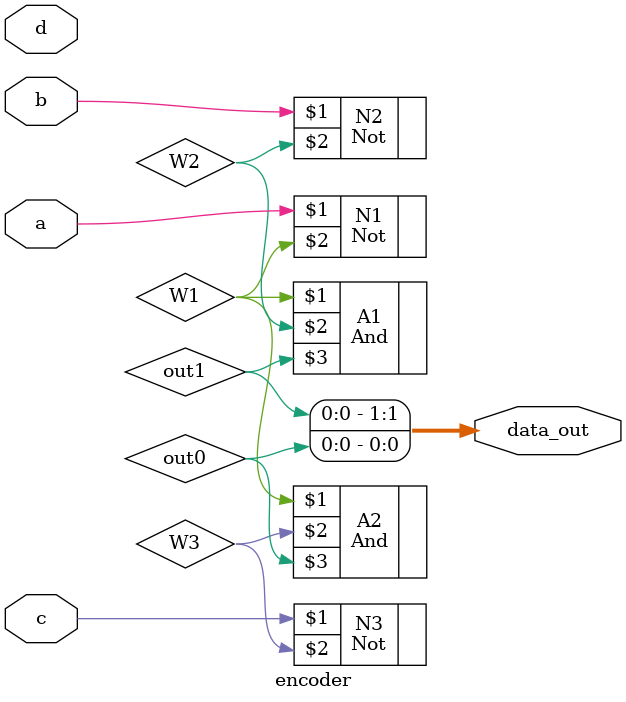
<source format=v>
module encoder (input a, b, c, d, output[1:0] data_out);
   
    wire W1, W2, W3;
    wire out0, out1;

    Not N1(a, W1);
    Not N2(b, W2);
    Not N3(c, W3);

    And A1(W1, W2, out1);
    And A2(W1, W3, out0);

    assign data_out = {out1, out0};

endmodule
</source>
